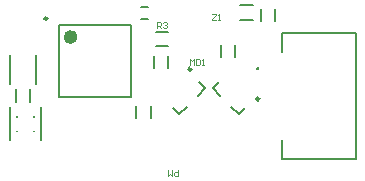
<source format=gto>
G04*
G04 #@! TF.GenerationSoftware,Altium Limited,Altium Designer,22.6.1 (34)*
G04*
G04 Layer_Color=65535*
%FSLAX25Y25*%
%MOIN*%
G70*
G04*
G04 #@! TF.SameCoordinates,96458179-A28E-47A4-AC93-062C7FCE65E1*
G04*
G04*
G04 #@! TF.FilePolarity,Positive*
G04*
G01*
G75*
%ADD10C,0.00984*%
%ADD11C,0.02362*%
%ADD12C,0.01000*%
%ADD13C,0.00787*%
%ADD14C,0.00600*%
%ADD15C,0.00200*%
D10*
X12315Y54948D02*
G03*
X12315Y54948I-492J0D01*
G01*
X60352Y38023D02*
G03*
X60352Y38023I-492J0D01*
G01*
X83015Y28140D02*
G03*
X83015Y28140I-492J0D01*
G01*
D11*
X21272Y48747D02*
G03*
X21272Y48747I-1181J0D01*
G01*
D12*
X82541Y38300D02*
G03*
X82541Y38300I-141J0D01*
G01*
D13*
X16154Y28669D02*
Y52684D01*
X40169Y28669D02*
Y52684D01*
X16154D02*
X40169D01*
X16154Y28669D02*
X40169D01*
X56380Y22990D02*
X58816Y25426D01*
X54153Y25217D02*
X56380Y22990D01*
X62574Y29184D02*
X65010Y31620D01*
X62783Y33847D02*
X65010Y31620D01*
X48558Y50561D02*
X52692D01*
X48558Y45639D02*
X52692D01*
X76120Y22990D02*
X78347Y25217D01*
X73684Y25426D02*
X76120Y22990D01*
X67490Y31620D02*
X69717Y33847D01*
X67490Y31620D02*
X69926Y29184D01*
X76733Y54439D02*
X80867D01*
X76733Y59361D02*
X80867D01*
X70139Y42033D02*
Y46167D01*
X75061Y42033D02*
Y46167D01*
X7954Y22064D02*
Y22261D01*
Y17339D02*
Y17536D01*
X2246Y22064D02*
Y22261D01*
Y17339D02*
Y17536D01*
X10317Y14288D02*
Y25312D01*
X-117Y14288D02*
Y25312D01*
X52661Y38408D02*
Y42542D01*
X47739Y38408D02*
Y42542D01*
X83439Y53933D02*
Y58067D01*
X88361Y53933D02*
Y58067D01*
X8531Y33020D02*
Y42698D01*
X-131Y33020D02*
Y42698D01*
X6661Y27208D02*
Y31342D01*
X1739Y27208D02*
Y31342D01*
X43579Y58867D02*
X46059D01*
X43579Y54733D02*
X46059D01*
X46886Y21633D02*
Y25767D01*
X41965Y21633D02*
Y25767D01*
D14*
X90631Y7950D02*
Y14579D01*
Y43621D02*
Y50250D01*
Y7950D02*
X115231D01*
Y50250D01*
X90631D02*
X115231D01*
D15*
X48834Y51700D02*
Y53700D01*
X49834D01*
X50167Y53367D01*
Y52700D01*
X49834Y52367D01*
X48834D01*
X49500D02*
X50167Y51700D01*
X50833Y53367D02*
X51166Y53700D01*
X51833D01*
X52166Y53367D01*
Y53033D01*
X51833Y52700D01*
X51500D01*
X51833D01*
X52166Y52367D01*
Y52034D01*
X51833Y51700D01*
X51166D01*
X50833Y52034D01*
X59967Y39400D02*
Y41400D01*
X60634Y40733D01*
X61300Y41400D01*
Y39400D01*
X61967Y41400D02*
Y39400D01*
X62967D01*
X63300Y39734D01*
Y41067D01*
X62967Y41400D01*
X61967D01*
X63966Y39400D02*
X64633D01*
X64299D01*
Y41400D01*
X63966Y41067D01*
X67167Y56400D02*
X68500D01*
Y56067D01*
X67167Y54734D01*
Y54400D01*
X68500D01*
X69166D02*
X69833D01*
X69500D01*
Y56400D01*
X69166Y56067D01*
X55766Y4300D02*
Y2300D01*
X54766D01*
X54433Y2633D01*
Y3300D01*
X54766Y3633D01*
X55766D01*
X53767Y4300D02*
Y2300D01*
X53100Y2967D01*
X52434Y2300D01*
Y4300D01*
M02*

</source>
